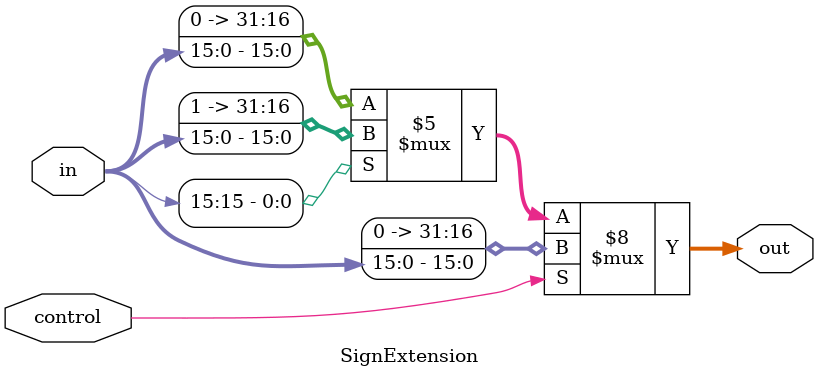
<source format=v>
`timescale 1ns / 1ps

/************************************************************
*
* Filename: SignExtension.v
*
* Author: Thomas Gansheimer
* 
* Implements a sign extender to extend the sign bit of a 16-bit
* input to a 32-bit output
*
************************************************************/

module SignExtension(in, out, control);
    input [15:0] in;
    input control;
    output reg [31:0] out;
    
    always @* begin
        if(control == 1'b1)begin // control bit used to force zero extension
            out <= {16'b0, in};
        end
        else begin
            if(in[15] == 0)begin
                out <= {16'b0000000000000000, in};
            end
            else begin
                out <= {16'b1111111111111111, in};
            end
        end
     end
endmodule

</source>
